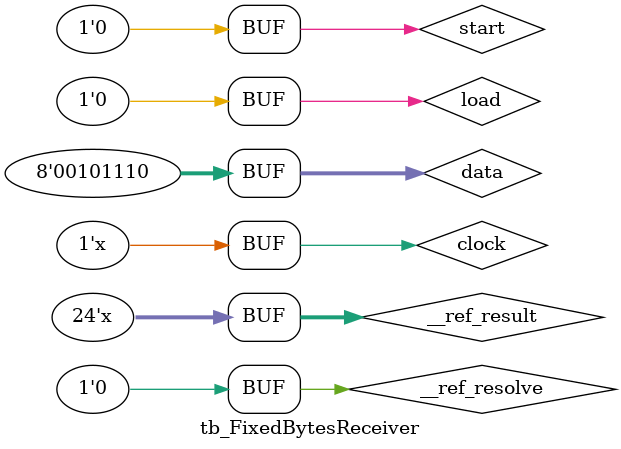
<source format=v>
/**
 * @file tb_FixedBytesReceiver.v
 * @author Y.D.X.
 * @version 0.1
 * @date 2021-10-9
 * @description `run 500 ns`
 *
 */

`timescale 1ns/1ps

`include "FixedBytesReceiver.v"

module tb_FixedBytesReceiver ();

localparam L = 3, B = 8;

reg clock = 1'b1;
always #10 clock = ~clock;

reg start, load;
reg [B-1:0] data;
wire resolve;
wire [L*B-1:0] result;

FixedBytesReceiver #(
    .L(L)
) dut(
    .clock(clock), .start(start), .load(load), .data(data),
    .resolve(resolve), .result(result)
);



reg __ref_resolve;
reg [L*B-1:0] __ref_result;
wire __mismatch_resolve, __mismatch_result;
assign
    __mismatch_resolve = __ref_resolve ^ resolve,
    __mismatch_result = __ref_result ^ result;



initial begin
    start <= 1'b1;
    load <= 1'b1;
    data <= "H";
    __ref_resolve <= 1'b0;
    __ref_result <= 'x;
    
    #40
    start <= 1'b0;
    #20 data <= "e";
    #20 data <= "l"; __ref_resolve <= 1'b1; __ref_result <= "Hel";
    #20 data <= "l"; __ref_resolve <= 1'b0; __ref_result <= 'x;
    #20 data <= "o";
    #20 data <= "?"; __ref_resolve <= 1'b1; __ref_result <= "lo?";
    #20 __ref_resolve <= 1'b0; __ref_result <= 'x;
    load <= 1'b0;

    #20 data <= "O"; load <= 1'b1;
    #20 data <= "n"; start <= 1'b1;
    #20 data <= "c"; start <= 1'b0; load <= 1'b0;
    #20 data <= "e"; load <= 1'b1;
    #20 data <= " "; load <= 1'b0;
    #20 data <= "A";
    #20 data <= "g"; load <= 1'b1;
    #20 data <= "a"; __ref_resolve <= 1'b1; __ref_result <= "ega";
    #20 data <= "i"; __ref_resolve <= 1'b0; __ref_result <= 'x;
    #20 data <= "n";
    #20 data <= "."; load <= 1'b0;

end


endmodule
</source>
